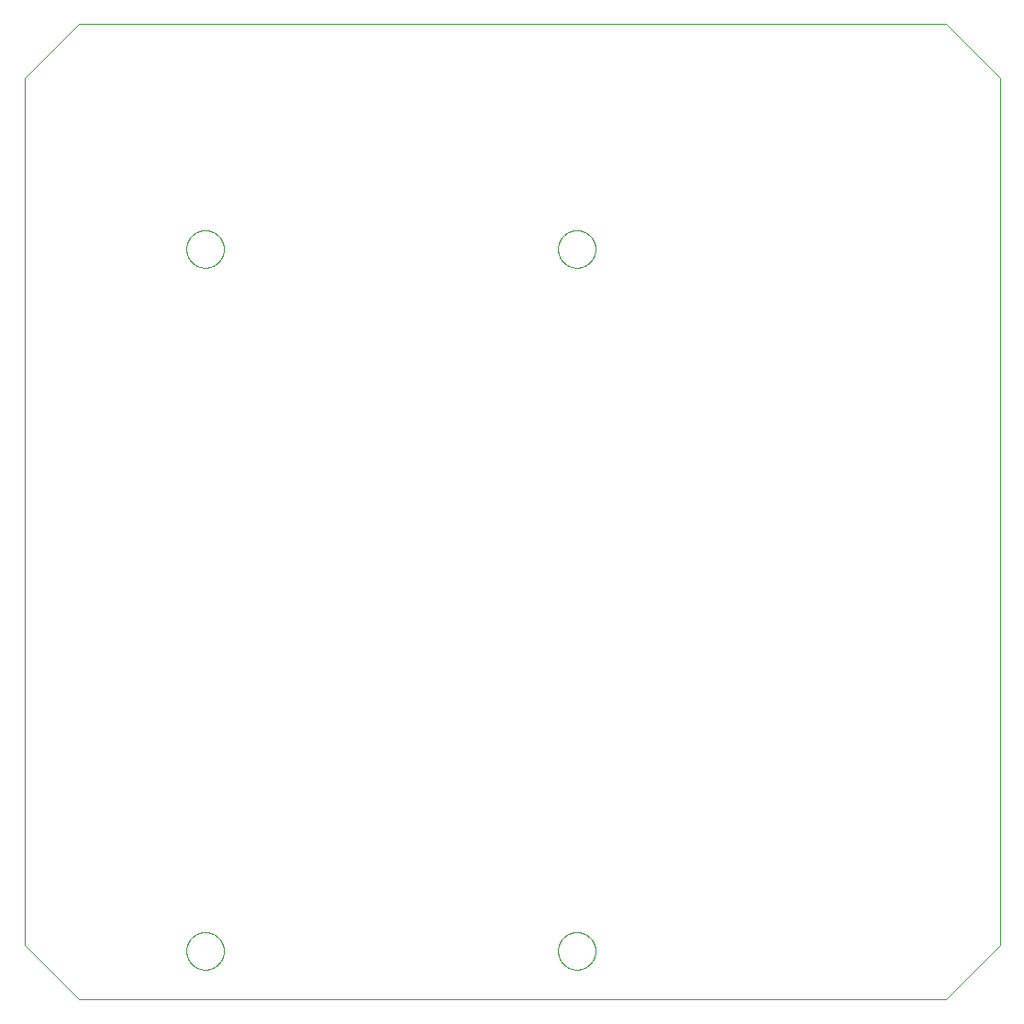
<source format=gbo>
G75*
%MOIN*%
%OFA0B0*%
%FSLAX25Y25*%
%IPPOS*%
%LPD*%
%AMOC8*
5,1,8,0,0,1.08239X$1,22.5*
%
%ADD10C,0.00000*%
%ADD11R,0.00394X0.00394*%
%ADD12R,0.07874X0.00394*%
%ADD13R,0.14173X0.00394*%
%ADD14R,0.18504X0.00394*%
%ADD15R,0.11417X0.00394*%
%ADD16R,0.09449X0.00394*%
%ADD17R,0.16142X0.00394*%
%ADD18R,0.27165X0.00394*%
%ADD19R,0.07480X0.00394*%
%ADD20R,0.14961X0.00394*%
%ADD21R,0.05906X0.00394*%
%ADD22R,0.31102X0.00394*%
%ADD23R,0.13780X0.00394*%
%ADD24R,0.11024X0.00394*%
%ADD25R,0.00787X0.00394*%
%ADD26R,0.08661X0.00394*%
%ADD27R,0.09843X0.00394*%
%ADD28R,0.09055X0.00394*%
%ADD29R,0.08268X0.00394*%
%ADD30R,0.07087X0.00394*%
%ADD31R,0.06693X0.00394*%
%ADD32R,0.06299X0.00394*%
%ADD33R,0.03150X0.00394*%
%ADD34R,0.02756X0.00394*%
%ADD35R,0.05512X0.00394*%
%ADD36R,0.05118X0.00394*%
%ADD37R,0.03937X0.00394*%
%ADD38R,0.02362X0.00394*%
%ADD39R,0.04724X0.00394*%
%ADD40R,0.01181X0.00394*%
%ADD41R,0.04331X0.00394*%
%ADD42R,0.03543X0.00394*%
%ADD43R,0.10630X0.00394*%
%ADD44R,0.12205X0.00394*%
%ADD45R,0.01969X0.00394*%
%ADD46R,0.13386X0.00394*%
%ADD47R,0.12598X0.00394*%
%ADD48R,0.10236X0.00394*%
%ADD49R,0.01575X0.00394*%
%ADD50R,0.15354X0.00394*%
%ADD51R,0.15748X0.00394*%
%ADD52R,0.14567X0.00394*%
%ADD53R,0.17717X0.00394*%
%ADD54R,0.11811X0.00394*%
%ADD55R,0.19685X0.00394*%
%ADD56R,0.17323X0.00394*%
%ADD57R,0.19291X0.00394*%
%ADD58R,0.26378X0.00394*%
%ADD59R,0.30315X0.00394*%
%ADD60R,0.29134X0.00394*%
%ADD61R,0.24803X0.00394*%
%ADD62R,0.21260X0.00394*%
D10*
X0001000Y0020685D02*
X0001000Y0335646D01*
X0020685Y0355331D01*
X0335646Y0355331D01*
X0355331Y0335646D01*
X0355331Y0020685D01*
X0335646Y0001000D01*
X0020685Y0001000D01*
X0001000Y0020685D01*
X0059855Y0018685D02*
X0059857Y0018852D01*
X0059863Y0019018D01*
X0059873Y0019185D01*
X0059888Y0019351D01*
X0059906Y0019516D01*
X0059929Y0019681D01*
X0059955Y0019846D01*
X0059985Y0020010D01*
X0060020Y0020173D01*
X0060059Y0020335D01*
X0060101Y0020496D01*
X0060147Y0020656D01*
X0060198Y0020815D01*
X0060252Y0020973D01*
X0060310Y0021129D01*
X0060372Y0021284D01*
X0060438Y0021437D01*
X0060507Y0021589D01*
X0060580Y0021738D01*
X0060657Y0021886D01*
X0060737Y0022032D01*
X0060821Y0022176D01*
X0060909Y0022318D01*
X0060999Y0022458D01*
X0061094Y0022595D01*
X0061191Y0022730D01*
X0061292Y0022863D01*
X0061396Y0022993D01*
X0061504Y0023121D01*
X0061614Y0023246D01*
X0061728Y0023368D01*
X0061844Y0023487D01*
X0061963Y0023603D01*
X0062085Y0023717D01*
X0062210Y0023827D01*
X0062338Y0023935D01*
X0062468Y0024039D01*
X0062601Y0024140D01*
X0062736Y0024237D01*
X0062873Y0024332D01*
X0063013Y0024422D01*
X0063155Y0024510D01*
X0063299Y0024594D01*
X0063445Y0024674D01*
X0063593Y0024751D01*
X0063742Y0024824D01*
X0063894Y0024893D01*
X0064047Y0024959D01*
X0064202Y0025021D01*
X0064358Y0025079D01*
X0064516Y0025133D01*
X0064675Y0025184D01*
X0064835Y0025230D01*
X0064996Y0025272D01*
X0065158Y0025311D01*
X0065321Y0025346D01*
X0065485Y0025376D01*
X0065650Y0025402D01*
X0065815Y0025425D01*
X0065980Y0025443D01*
X0066146Y0025458D01*
X0066313Y0025468D01*
X0066479Y0025474D01*
X0066646Y0025476D01*
X0066813Y0025474D01*
X0066979Y0025468D01*
X0067146Y0025458D01*
X0067312Y0025443D01*
X0067477Y0025425D01*
X0067642Y0025402D01*
X0067807Y0025376D01*
X0067971Y0025346D01*
X0068134Y0025311D01*
X0068296Y0025272D01*
X0068457Y0025230D01*
X0068617Y0025184D01*
X0068776Y0025133D01*
X0068934Y0025079D01*
X0069090Y0025021D01*
X0069245Y0024959D01*
X0069398Y0024893D01*
X0069550Y0024824D01*
X0069699Y0024751D01*
X0069847Y0024674D01*
X0069993Y0024594D01*
X0070137Y0024510D01*
X0070279Y0024422D01*
X0070419Y0024332D01*
X0070556Y0024237D01*
X0070691Y0024140D01*
X0070824Y0024039D01*
X0070954Y0023935D01*
X0071082Y0023827D01*
X0071207Y0023717D01*
X0071329Y0023603D01*
X0071448Y0023487D01*
X0071564Y0023368D01*
X0071678Y0023246D01*
X0071788Y0023121D01*
X0071896Y0022993D01*
X0072000Y0022863D01*
X0072101Y0022730D01*
X0072198Y0022595D01*
X0072293Y0022458D01*
X0072383Y0022318D01*
X0072471Y0022176D01*
X0072555Y0022032D01*
X0072635Y0021886D01*
X0072712Y0021738D01*
X0072785Y0021589D01*
X0072854Y0021437D01*
X0072920Y0021284D01*
X0072982Y0021129D01*
X0073040Y0020973D01*
X0073094Y0020815D01*
X0073145Y0020656D01*
X0073191Y0020496D01*
X0073233Y0020335D01*
X0073272Y0020173D01*
X0073307Y0020010D01*
X0073337Y0019846D01*
X0073363Y0019681D01*
X0073386Y0019516D01*
X0073404Y0019351D01*
X0073419Y0019185D01*
X0073429Y0019018D01*
X0073435Y0018852D01*
X0073437Y0018685D01*
X0073435Y0018518D01*
X0073429Y0018352D01*
X0073419Y0018185D01*
X0073404Y0018019D01*
X0073386Y0017854D01*
X0073363Y0017689D01*
X0073337Y0017524D01*
X0073307Y0017360D01*
X0073272Y0017197D01*
X0073233Y0017035D01*
X0073191Y0016874D01*
X0073145Y0016714D01*
X0073094Y0016555D01*
X0073040Y0016397D01*
X0072982Y0016241D01*
X0072920Y0016086D01*
X0072854Y0015933D01*
X0072785Y0015781D01*
X0072712Y0015632D01*
X0072635Y0015484D01*
X0072555Y0015338D01*
X0072471Y0015194D01*
X0072383Y0015052D01*
X0072293Y0014912D01*
X0072198Y0014775D01*
X0072101Y0014640D01*
X0072000Y0014507D01*
X0071896Y0014377D01*
X0071788Y0014249D01*
X0071678Y0014124D01*
X0071564Y0014002D01*
X0071448Y0013883D01*
X0071329Y0013767D01*
X0071207Y0013653D01*
X0071082Y0013543D01*
X0070954Y0013435D01*
X0070824Y0013331D01*
X0070691Y0013230D01*
X0070556Y0013133D01*
X0070419Y0013038D01*
X0070279Y0012948D01*
X0070137Y0012860D01*
X0069993Y0012776D01*
X0069847Y0012696D01*
X0069699Y0012619D01*
X0069550Y0012546D01*
X0069398Y0012477D01*
X0069245Y0012411D01*
X0069090Y0012349D01*
X0068934Y0012291D01*
X0068776Y0012237D01*
X0068617Y0012186D01*
X0068457Y0012140D01*
X0068296Y0012098D01*
X0068134Y0012059D01*
X0067971Y0012024D01*
X0067807Y0011994D01*
X0067642Y0011968D01*
X0067477Y0011945D01*
X0067312Y0011927D01*
X0067146Y0011912D01*
X0066979Y0011902D01*
X0066813Y0011896D01*
X0066646Y0011894D01*
X0066479Y0011896D01*
X0066313Y0011902D01*
X0066146Y0011912D01*
X0065980Y0011927D01*
X0065815Y0011945D01*
X0065650Y0011968D01*
X0065485Y0011994D01*
X0065321Y0012024D01*
X0065158Y0012059D01*
X0064996Y0012098D01*
X0064835Y0012140D01*
X0064675Y0012186D01*
X0064516Y0012237D01*
X0064358Y0012291D01*
X0064202Y0012349D01*
X0064047Y0012411D01*
X0063894Y0012477D01*
X0063742Y0012546D01*
X0063593Y0012619D01*
X0063445Y0012696D01*
X0063299Y0012776D01*
X0063155Y0012860D01*
X0063013Y0012948D01*
X0062873Y0013038D01*
X0062736Y0013133D01*
X0062601Y0013230D01*
X0062468Y0013331D01*
X0062338Y0013435D01*
X0062210Y0013543D01*
X0062085Y0013653D01*
X0061963Y0013767D01*
X0061844Y0013883D01*
X0061728Y0014002D01*
X0061614Y0014124D01*
X0061504Y0014249D01*
X0061396Y0014377D01*
X0061292Y0014507D01*
X0061191Y0014640D01*
X0061094Y0014775D01*
X0060999Y0014912D01*
X0060909Y0015052D01*
X0060821Y0015194D01*
X0060737Y0015338D01*
X0060657Y0015484D01*
X0060580Y0015632D01*
X0060507Y0015781D01*
X0060438Y0015933D01*
X0060372Y0016086D01*
X0060310Y0016241D01*
X0060252Y0016397D01*
X0060198Y0016555D01*
X0060147Y0016714D01*
X0060101Y0016874D01*
X0060059Y0017035D01*
X0060020Y0017197D01*
X0059985Y0017360D01*
X0059955Y0017524D01*
X0059929Y0017689D01*
X0059906Y0017854D01*
X0059888Y0018019D01*
X0059873Y0018185D01*
X0059863Y0018352D01*
X0059857Y0018518D01*
X0059855Y0018685D01*
X0194855Y0018685D02*
X0194857Y0018852D01*
X0194863Y0019018D01*
X0194873Y0019185D01*
X0194888Y0019351D01*
X0194906Y0019516D01*
X0194929Y0019681D01*
X0194955Y0019846D01*
X0194985Y0020010D01*
X0195020Y0020173D01*
X0195059Y0020335D01*
X0195101Y0020496D01*
X0195147Y0020656D01*
X0195198Y0020815D01*
X0195252Y0020973D01*
X0195310Y0021129D01*
X0195372Y0021284D01*
X0195438Y0021437D01*
X0195507Y0021589D01*
X0195580Y0021738D01*
X0195657Y0021886D01*
X0195737Y0022032D01*
X0195821Y0022176D01*
X0195909Y0022318D01*
X0195999Y0022458D01*
X0196094Y0022595D01*
X0196191Y0022730D01*
X0196292Y0022863D01*
X0196396Y0022993D01*
X0196504Y0023121D01*
X0196614Y0023246D01*
X0196728Y0023368D01*
X0196844Y0023487D01*
X0196963Y0023603D01*
X0197085Y0023717D01*
X0197210Y0023827D01*
X0197338Y0023935D01*
X0197468Y0024039D01*
X0197601Y0024140D01*
X0197736Y0024237D01*
X0197873Y0024332D01*
X0198013Y0024422D01*
X0198155Y0024510D01*
X0198299Y0024594D01*
X0198445Y0024674D01*
X0198593Y0024751D01*
X0198742Y0024824D01*
X0198894Y0024893D01*
X0199047Y0024959D01*
X0199202Y0025021D01*
X0199358Y0025079D01*
X0199516Y0025133D01*
X0199675Y0025184D01*
X0199835Y0025230D01*
X0199996Y0025272D01*
X0200158Y0025311D01*
X0200321Y0025346D01*
X0200485Y0025376D01*
X0200650Y0025402D01*
X0200815Y0025425D01*
X0200980Y0025443D01*
X0201146Y0025458D01*
X0201313Y0025468D01*
X0201479Y0025474D01*
X0201646Y0025476D01*
X0201813Y0025474D01*
X0201979Y0025468D01*
X0202146Y0025458D01*
X0202312Y0025443D01*
X0202477Y0025425D01*
X0202642Y0025402D01*
X0202807Y0025376D01*
X0202971Y0025346D01*
X0203134Y0025311D01*
X0203296Y0025272D01*
X0203457Y0025230D01*
X0203617Y0025184D01*
X0203776Y0025133D01*
X0203934Y0025079D01*
X0204090Y0025021D01*
X0204245Y0024959D01*
X0204398Y0024893D01*
X0204550Y0024824D01*
X0204699Y0024751D01*
X0204847Y0024674D01*
X0204993Y0024594D01*
X0205137Y0024510D01*
X0205279Y0024422D01*
X0205419Y0024332D01*
X0205556Y0024237D01*
X0205691Y0024140D01*
X0205824Y0024039D01*
X0205954Y0023935D01*
X0206082Y0023827D01*
X0206207Y0023717D01*
X0206329Y0023603D01*
X0206448Y0023487D01*
X0206564Y0023368D01*
X0206678Y0023246D01*
X0206788Y0023121D01*
X0206896Y0022993D01*
X0207000Y0022863D01*
X0207101Y0022730D01*
X0207198Y0022595D01*
X0207293Y0022458D01*
X0207383Y0022318D01*
X0207471Y0022176D01*
X0207555Y0022032D01*
X0207635Y0021886D01*
X0207712Y0021738D01*
X0207785Y0021589D01*
X0207854Y0021437D01*
X0207920Y0021284D01*
X0207982Y0021129D01*
X0208040Y0020973D01*
X0208094Y0020815D01*
X0208145Y0020656D01*
X0208191Y0020496D01*
X0208233Y0020335D01*
X0208272Y0020173D01*
X0208307Y0020010D01*
X0208337Y0019846D01*
X0208363Y0019681D01*
X0208386Y0019516D01*
X0208404Y0019351D01*
X0208419Y0019185D01*
X0208429Y0019018D01*
X0208435Y0018852D01*
X0208437Y0018685D01*
X0208435Y0018518D01*
X0208429Y0018352D01*
X0208419Y0018185D01*
X0208404Y0018019D01*
X0208386Y0017854D01*
X0208363Y0017689D01*
X0208337Y0017524D01*
X0208307Y0017360D01*
X0208272Y0017197D01*
X0208233Y0017035D01*
X0208191Y0016874D01*
X0208145Y0016714D01*
X0208094Y0016555D01*
X0208040Y0016397D01*
X0207982Y0016241D01*
X0207920Y0016086D01*
X0207854Y0015933D01*
X0207785Y0015781D01*
X0207712Y0015632D01*
X0207635Y0015484D01*
X0207555Y0015338D01*
X0207471Y0015194D01*
X0207383Y0015052D01*
X0207293Y0014912D01*
X0207198Y0014775D01*
X0207101Y0014640D01*
X0207000Y0014507D01*
X0206896Y0014377D01*
X0206788Y0014249D01*
X0206678Y0014124D01*
X0206564Y0014002D01*
X0206448Y0013883D01*
X0206329Y0013767D01*
X0206207Y0013653D01*
X0206082Y0013543D01*
X0205954Y0013435D01*
X0205824Y0013331D01*
X0205691Y0013230D01*
X0205556Y0013133D01*
X0205419Y0013038D01*
X0205279Y0012948D01*
X0205137Y0012860D01*
X0204993Y0012776D01*
X0204847Y0012696D01*
X0204699Y0012619D01*
X0204550Y0012546D01*
X0204398Y0012477D01*
X0204245Y0012411D01*
X0204090Y0012349D01*
X0203934Y0012291D01*
X0203776Y0012237D01*
X0203617Y0012186D01*
X0203457Y0012140D01*
X0203296Y0012098D01*
X0203134Y0012059D01*
X0202971Y0012024D01*
X0202807Y0011994D01*
X0202642Y0011968D01*
X0202477Y0011945D01*
X0202312Y0011927D01*
X0202146Y0011912D01*
X0201979Y0011902D01*
X0201813Y0011896D01*
X0201646Y0011894D01*
X0201479Y0011896D01*
X0201313Y0011902D01*
X0201146Y0011912D01*
X0200980Y0011927D01*
X0200815Y0011945D01*
X0200650Y0011968D01*
X0200485Y0011994D01*
X0200321Y0012024D01*
X0200158Y0012059D01*
X0199996Y0012098D01*
X0199835Y0012140D01*
X0199675Y0012186D01*
X0199516Y0012237D01*
X0199358Y0012291D01*
X0199202Y0012349D01*
X0199047Y0012411D01*
X0198894Y0012477D01*
X0198742Y0012546D01*
X0198593Y0012619D01*
X0198445Y0012696D01*
X0198299Y0012776D01*
X0198155Y0012860D01*
X0198013Y0012948D01*
X0197873Y0013038D01*
X0197736Y0013133D01*
X0197601Y0013230D01*
X0197468Y0013331D01*
X0197338Y0013435D01*
X0197210Y0013543D01*
X0197085Y0013653D01*
X0196963Y0013767D01*
X0196844Y0013883D01*
X0196728Y0014002D01*
X0196614Y0014124D01*
X0196504Y0014249D01*
X0196396Y0014377D01*
X0196292Y0014507D01*
X0196191Y0014640D01*
X0196094Y0014775D01*
X0195999Y0014912D01*
X0195909Y0015052D01*
X0195821Y0015194D01*
X0195737Y0015338D01*
X0195657Y0015484D01*
X0195580Y0015632D01*
X0195507Y0015781D01*
X0195438Y0015933D01*
X0195372Y0016086D01*
X0195310Y0016241D01*
X0195252Y0016397D01*
X0195198Y0016555D01*
X0195147Y0016714D01*
X0195101Y0016874D01*
X0195059Y0017035D01*
X0195020Y0017197D01*
X0194985Y0017360D01*
X0194955Y0017524D01*
X0194929Y0017689D01*
X0194906Y0017854D01*
X0194888Y0018019D01*
X0194873Y0018185D01*
X0194863Y0018352D01*
X0194857Y0018518D01*
X0194855Y0018685D01*
X0194855Y0273685D02*
X0194857Y0273852D01*
X0194863Y0274018D01*
X0194873Y0274185D01*
X0194888Y0274351D01*
X0194906Y0274516D01*
X0194929Y0274681D01*
X0194955Y0274846D01*
X0194985Y0275010D01*
X0195020Y0275173D01*
X0195059Y0275335D01*
X0195101Y0275496D01*
X0195147Y0275656D01*
X0195198Y0275815D01*
X0195252Y0275973D01*
X0195310Y0276129D01*
X0195372Y0276284D01*
X0195438Y0276437D01*
X0195507Y0276589D01*
X0195580Y0276738D01*
X0195657Y0276886D01*
X0195737Y0277032D01*
X0195821Y0277176D01*
X0195909Y0277318D01*
X0195999Y0277458D01*
X0196094Y0277595D01*
X0196191Y0277730D01*
X0196292Y0277863D01*
X0196396Y0277993D01*
X0196504Y0278121D01*
X0196614Y0278246D01*
X0196728Y0278368D01*
X0196844Y0278487D01*
X0196963Y0278603D01*
X0197085Y0278717D01*
X0197210Y0278827D01*
X0197338Y0278935D01*
X0197468Y0279039D01*
X0197601Y0279140D01*
X0197736Y0279237D01*
X0197873Y0279332D01*
X0198013Y0279422D01*
X0198155Y0279510D01*
X0198299Y0279594D01*
X0198445Y0279674D01*
X0198593Y0279751D01*
X0198742Y0279824D01*
X0198894Y0279893D01*
X0199047Y0279959D01*
X0199202Y0280021D01*
X0199358Y0280079D01*
X0199516Y0280133D01*
X0199675Y0280184D01*
X0199835Y0280230D01*
X0199996Y0280272D01*
X0200158Y0280311D01*
X0200321Y0280346D01*
X0200485Y0280376D01*
X0200650Y0280402D01*
X0200815Y0280425D01*
X0200980Y0280443D01*
X0201146Y0280458D01*
X0201313Y0280468D01*
X0201479Y0280474D01*
X0201646Y0280476D01*
X0201813Y0280474D01*
X0201979Y0280468D01*
X0202146Y0280458D01*
X0202312Y0280443D01*
X0202477Y0280425D01*
X0202642Y0280402D01*
X0202807Y0280376D01*
X0202971Y0280346D01*
X0203134Y0280311D01*
X0203296Y0280272D01*
X0203457Y0280230D01*
X0203617Y0280184D01*
X0203776Y0280133D01*
X0203934Y0280079D01*
X0204090Y0280021D01*
X0204245Y0279959D01*
X0204398Y0279893D01*
X0204550Y0279824D01*
X0204699Y0279751D01*
X0204847Y0279674D01*
X0204993Y0279594D01*
X0205137Y0279510D01*
X0205279Y0279422D01*
X0205419Y0279332D01*
X0205556Y0279237D01*
X0205691Y0279140D01*
X0205824Y0279039D01*
X0205954Y0278935D01*
X0206082Y0278827D01*
X0206207Y0278717D01*
X0206329Y0278603D01*
X0206448Y0278487D01*
X0206564Y0278368D01*
X0206678Y0278246D01*
X0206788Y0278121D01*
X0206896Y0277993D01*
X0207000Y0277863D01*
X0207101Y0277730D01*
X0207198Y0277595D01*
X0207293Y0277458D01*
X0207383Y0277318D01*
X0207471Y0277176D01*
X0207555Y0277032D01*
X0207635Y0276886D01*
X0207712Y0276738D01*
X0207785Y0276589D01*
X0207854Y0276437D01*
X0207920Y0276284D01*
X0207982Y0276129D01*
X0208040Y0275973D01*
X0208094Y0275815D01*
X0208145Y0275656D01*
X0208191Y0275496D01*
X0208233Y0275335D01*
X0208272Y0275173D01*
X0208307Y0275010D01*
X0208337Y0274846D01*
X0208363Y0274681D01*
X0208386Y0274516D01*
X0208404Y0274351D01*
X0208419Y0274185D01*
X0208429Y0274018D01*
X0208435Y0273852D01*
X0208437Y0273685D01*
X0208435Y0273518D01*
X0208429Y0273352D01*
X0208419Y0273185D01*
X0208404Y0273019D01*
X0208386Y0272854D01*
X0208363Y0272689D01*
X0208337Y0272524D01*
X0208307Y0272360D01*
X0208272Y0272197D01*
X0208233Y0272035D01*
X0208191Y0271874D01*
X0208145Y0271714D01*
X0208094Y0271555D01*
X0208040Y0271397D01*
X0207982Y0271241D01*
X0207920Y0271086D01*
X0207854Y0270933D01*
X0207785Y0270781D01*
X0207712Y0270632D01*
X0207635Y0270484D01*
X0207555Y0270338D01*
X0207471Y0270194D01*
X0207383Y0270052D01*
X0207293Y0269912D01*
X0207198Y0269775D01*
X0207101Y0269640D01*
X0207000Y0269507D01*
X0206896Y0269377D01*
X0206788Y0269249D01*
X0206678Y0269124D01*
X0206564Y0269002D01*
X0206448Y0268883D01*
X0206329Y0268767D01*
X0206207Y0268653D01*
X0206082Y0268543D01*
X0205954Y0268435D01*
X0205824Y0268331D01*
X0205691Y0268230D01*
X0205556Y0268133D01*
X0205419Y0268038D01*
X0205279Y0267948D01*
X0205137Y0267860D01*
X0204993Y0267776D01*
X0204847Y0267696D01*
X0204699Y0267619D01*
X0204550Y0267546D01*
X0204398Y0267477D01*
X0204245Y0267411D01*
X0204090Y0267349D01*
X0203934Y0267291D01*
X0203776Y0267237D01*
X0203617Y0267186D01*
X0203457Y0267140D01*
X0203296Y0267098D01*
X0203134Y0267059D01*
X0202971Y0267024D01*
X0202807Y0266994D01*
X0202642Y0266968D01*
X0202477Y0266945D01*
X0202312Y0266927D01*
X0202146Y0266912D01*
X0201979Y0266902D01*
X0201813Y0266896D01*
X0201646Y0266894D01*
X0201479Y0266896D01*
X0201313Y0266902D01*
X0201146Y0266912D01*
X0200980Y0266927D01*
X0200815Y0266945D01*
X0200650Y0266968D01*
X0200485Y0266994D01*
X0200321Y0267024D01*
X0200158Y0267059D01*
X0199996Y0267098D01*
X0199835Y0267140D01*
X0199675Y0267186D01*
X0199516Y0267237D01*
X0199358Y0267291D01*
X0199202Y0267349D01*
X0199047Y0267411D01*
X0198894Y0267477D01*
X0198742Y0267546D01*
X0198593Y0267619D01*
X0198445Y0267696D01*
X0198299Y0267776D01*
X0198155Y0267860D01*
X0198013Y0267948D01*
X0197873Y0268038D01*
X0197736Y0268133D01*
X0197601Y0268230D01*
X0197468Y0268331D01*
X0197338Y0268435D01*
X0197210Y0268543D01*
X0197085Y0268653D01*
X0196963Y0268767D01*
X0196844Y0268883D01*
X0196728Y0269002D01*
X0196614Y0269124D01*
X0196504Y0269249D01*
X0196396Y0269377D01*
X0196292Y0269507D01*
X0196191Y0269640D01*
X0196094Y0269775D01*
X0195999Y0269912D01*
X0195909Y0270052D01*
X0195821Y0270194D01*
X0195737Y0270338D01*
X0195657Y0270484D01*
X0195580Y0270632D01*
X0195507Y0270781D01*
X0195438Y0270933D01*
X0195372Y0271086D01*
X0195310Y0271241D01*
X0195252Y0271397D01*
X0195198Y0271555D01*
X0195147Y0271714D01*
X0195101Y0271874D01*
X0195059Y0272035D01*
X0195020Y0272197D01*
X0194985Y0272360D01*
X0194955Y0272524D01*
X0194929Y0272689D01*
X0194906Y0272854D01*
X0194888Y0273019D01*
X0194873Y0273185D01*
X0194863Y0273352D01*
X0194857Y0273518D01*
X0194855Y0273685D01*
X0059855Y0273685D02*
X0059857Y0273852D01*
X0059863Y0274018D01*
X0059873Y0274185D01*
X0059888Y0274351D01*
X0059906Y0274516D01*
X0059929Y0274681D01*
X0059955Y0274846D01*
X0059985Y0275010D01*
X0060020Y0275173D01*
X0060059Y0275335D01*
X0060101Y0275496D01*
X0060147Y0275656D01*
X0060198Y0275815D01*
X0060252Y0275973D01*
X0060310Y0276129D01*
X0060372Y0276284D01*
X0060438Y0276437D01*
X0060507Y0276589D01*
X0060580Y0276738D01*
X0060657Y0276886D01*
X0060737Y0277032D01*
X0060821Y0277176D01*
X0060909Y0277318D01*
X0060999Y0277458D01*
X0061094Y0277595D01*
X0061191Y0277730D01*
X0061292Y0277863D01*
X0061396Y0277993D01*
X0061504Y0278121D01*
X0061614Y0278246D01*
X0061728Y0278368D01*
X0061844Y0278487D01*
X0061963Y0278603D01*
X0062085Y0278717D01*
X0062210Y0278827D01*
X0062338Y0278935D01*
X0062468Y0279039D01*
X0062601Y0279140D01*
X0062736Y0279237D01*
X0062873Y0279332D01*
X0063013Y0279422D01*
X0063155Y0279510D01*
X0063299Y0279594D01*
X0063445Y0279674D01*
X0063593Y0279751D01*
X0063742Y0279824D01*
X0063894Y0279893D01*
X0064047Y0279959D01*
X0064202Y0280021D01*
X0064358Y0280079D01*
X0064516Y0280133D01*
X0064675Y0280184D01*
X0064835Y0280230D01*
X0064996Y0280272D01*
X0065158Y0280311D01*
X0065321Y0280346D01*
X0065485Y0280376D01*
X0065650Y0280402D01*
X0065815Y0280425D01*
X0065980Y0280443D01*
X0066146Y0280458D01*
X0066313Y0280468D01*
X0066479Y0280474D01*
X0066646Y0280476D01*
X0066813Y0280474D01*
X0066979Y0280468D01*
X0067146Y0280458D01*
X0067312Y0280443D01*
X0067477Y0280425D01*
X0067642Y0280402D01*
X0067807Y0280376D01*
X0067971Y0280346D01*
X0068134Y0280311D01*
X0068296Y0280272D01*
X0068457Y0280230D01*
X0068617Y0280184D01*
X0068776Y0280133D01*
X0068934Y0280079D01*
X0069090Y0280021D01*
X0069245Y0279959D01*
X0069398Y0279893D01*
X0069550Y0279824D01*
X0069699Y0279751D01*
X0069847Y0279674D01*
X0069993Y0279594D01*
X0070137Y0279510D01*
X0070279Y0279422D01*
X0070419Y0279332D01*
X0070556Y0279237D01*
X0070691Y0279140D01*
X0070824Y0279039D01*
X0070954Y0278935D01*
X0071082Y0278827D01*
X0071207Y0278717D01*
X0071329Y0278603D01*
X0071448Y0278487D01*
X0071564Y0278368D01*
X0071678Y0278246D01*
X0071788Y0278121D01*
X0071896Y0277993D01*
X0072000Y0277863D01*
X0072101Y0277730D01*
X0072198Y0277595D01*
X0072293Y0277458D01*
X0072383Y0277318D01*
X0072471Y0277176D01*
X0072555Y0277032D01*
X0072635Y0276886D01*
X0072712Y0276738D01*
X0072785Y0276589D01*
X0072854Y0276437D01*
X0072920Y0276284D01*
X0072982Y0276129D01*
X0073040Y0275973D01*
X0073094Y0275815D01*
X0073145Y0275656D01*
X0073191Y0275496D01*
X0073233Y0275335D01*
X0073272Y0275173D01*
X0073307Y0275010D01*
X0073337Y0274846D01*
X0073363Y0274681D01*
X0073386Y0274516D01*
X0073404Y0274351D01*
X0073419Y0274185D01*
X0073429Y0274018D01*
X0073435Y0273852D01*
X0073437Y0273685D01*
X0073435Y0273518D01*
X0073429Y0273352D01*
X0073419Y0273185D01*
X0073404Y0273019D01*
X0073386Y0272854D01*
X0073363Y0272689D01*
X0073337Y0272524D01*
X0073307Y0272360D01*
X0073272Y0272197D01*
X0073233Y0272035D01*
X0073191Y0271874D01*
X0073145Y0271714D01*
X0073094Y0271555D01*
X0073040Y0271397D01*
X0072982Y0271241D01*
X0072920Y0271086D01*
X0072854Y0270933D01*
X0072785Y0270781D01*
X0072712Y0270632D01*
X0072635Y0270484D01*
X0072555Y0270338D01*
X0072471Y0270194D01*
X0072383Y0270052D01*
X0072293Y0269912D01*
X0072198Y0269775D01*
X0072101Y0269640D01*
X0072000Y0269507D01*
X0071896Y0269377D01*
X0071788Y0269249D01*
X0071678Y0269124D01*
X0071564Y0269002D01*
X0071448Y0268883D01*
X0071329Y0268767D01*
X0071207Y0268653D01*
X0071082Y0268543D01*
X0070954Y0268435D01*
X0070824Y0268331D01*
X0070691Y0268230D01*
X0070556Y0268133D01*
X0070419Y0268038D01*
X0070279Y0267948D01*
X0070137Y0267860D01*
X0069993Y0267776D01*
X0069847Y0267696D01*
X0069699Y0267619D01*
X0069550Y0267546D01*
X0069398Y0267477D01*
X0069245Y0267411D01*
X0069090Y0267349D01*
X0068934Y0267291D01*
X0068776Y0267237D01*
X0068617Y0267186D01*
X0068457Y0267140D01*
X0068296Y0267098D01*
X0068134Y0267059D01*
X0067971Y0267024D01*
X0067807Y0266994D01*
X0067642Y0266968D01*
X0067477Y0266945D01*
X0067312Y0266927D01*
X0067146Y0266912D01*
X0066979Y0266902D01*
X0066813Y0266896D01*
X0066646Y0266894D01*
X0066479Y0266896D01*
X0066313Y0266902D01*
X0066146Y0266912D01*
X0065980Y0266927D01*
X0065815Y0266945D01*
X0065650Y0266968D01*
X0065485Y0266994D01*
X0065321Y0267024D01*
X0065158Y0267059D01*
X0064996Y0267098D01*
X0064835Y0267140D01*
X0064675Y0267186D01*
X0064516Y0267237D01*
X0064358Y0267291D01*
X0064202Y0267349D01*
X0064047Y0267411D01*
X0063894Y0267477D01*
X0063742Y0267546D01*
X0063593Y0267619D01*
X0063445Y0267696D01*
X0063299Y0267776D01*
X0063155Y0267860D01*
X0063013Y0267948D01*
X0062873Y0268038D01*
X0062736Y0268133D01*
X0062601Y0268230D01*
X0062468Y0268331D01*
X0062338Y0268435D01*
X0062210Y0268543D01*
X0062085Y0268653D01*
X0061963Y0268767D01*
X0061844Y0268883D01*
X0061728Y0269002D01*
X0061614Y0269124D01*
X0061504Y0269249D01*
X0061396Y0269377D01*
X0061292Y0269507D01*
X0061191Y0269640D01*
X0061094Y0269775D01*
X0060999Y0269912D01*
X0060909Y0270052D01*
X0060821Y0270194D01*
X0060737Y0270338D01*
X0060657Y0270484D01*
X0060580Y0270632D01*
X0060507Y0270781D01*
X0060438Y0270933D01*
X0060372Y0271086D01*
X0060310Y0271241D01*
X0060252Y0271397D01*
X0060198Y0271555D01*
X0060147Y0271714D01*
X0060101Y0271874D01*
X0060059Y0272035D01*
X0060020Y0272197D01*
X0059985Y0272360D01*
X0059955Y0272524D01*
X0059929Y0272689D01*
X0059906Y0272854D01*
X0059888Y0273019D01*
X0059873Y0273185D01*
X0059863Y0273352D01*
X0059857Y0273518D01*
X0059855Y0273685D01*
D11*
X0065354Y0119630D03*
X0071260Y0116874D03*
X0072441Y0116874D03*
X0079134Y0116874D03*
X0089764Y0118449D03*
X0095669Y0111362D03*
X0098425Y0086559D03*
X0092913Y0076717D03*
X0102362Y0072780D03*
X0083858Y0083803D03*
X0082283Y0083803D03*
X0079134Y0079472D03*
X0079921Y0074748D03*
X0081102Y0068843D03*
X0070866Y0071205D03*
X0070866Y0077504D03*
X0076772Y0085772D03*
X0077953Y0086953D03*
X0059055Y0085772D03*
X0053150Y0088134D03*
X0052362Y0083803D03*
X0051969Y0071992D03*
X0055512Y0069236D03*
X0036220Y0069630D03*
X0033858Y0085772D03*
X0029134Y0087346D03*
X0022441Y0090890D03*
X0022441Y0091283D03*
X0022441Y0091677D03*
X0022047Y0092465D03*
X0022047Y0092858D03*
X0020079Y0089315D03*
X0016929Y0087346D03*
X0015354Y0089709D03*
X0014961Y0090890D03*
X0014961Y0091283D03*
X0014961Y0091677D03*
X0015354Y0092465D03*
X0015354Y0092858D03*
X0016535Y0094827D03*
X0038976Y0099157D03*
X0051181Y0113331D03*
X0059843Y0113724D03*
X0121260Y0086559D03*
X0127165Y0083409D03*
X0127165Y0075929D03*
X0127165Y0072386D03*
X0121260Y0072780D03*
X0121654Y0069630D03*
X0105118Y0048370D03*
X0081890Y0040102D03*
X0079921Y0036165D03*
X0073622Y0039315D03*
X0068898Y0036165D03*
X0065354Y0040890D03*
X0060630Y0042465D03*
D12*
X0058858Y0041283D03*
X0067126Y0037740D03*
X0075394Y0036165D03*
X0091929Y0041283D03*
X0050197Y0070417D03*
X0032480Y0079472D03*
X0058858Y0115299D03*
X0075394Y0120417D03*
X0089567Y0116480D03*
X0091929Y0115299D03*
X0102953Y0086559D03*
X0115157Y0086559D03*
X0087598Y0084197D03*
D13*
X0083268Y0085378D03*
X0052165Y0071205D03*
X0065945Y0039315D03*
X0075394Y0036559D03*
X0065945Y0117268D03*
D14*
X0075591Y0036953D03*
D15*
X0080315Y0037346D03*
X0063780Y0039709D03*
X0050000Y0072386D03*
X0052362Y0086165D03*
X0063780Y0116874D03*
X0103150Y0084984D03*
D16*
X0083268Y0069630D03*
X0089567Y0040496D03*
X0069488Y0037346D03*
X0061220Y0116087D03*
D17*
X0079528Y0037740D03*
D18*
X0075197Y0038134D03*
D19*
X0086220Y0038528D03*
X0092913Y0041677D03*
X0093701Y0042071D03*
X0057087Y0073567D03*
X0056299Y0071992D03*
X0047244Y0073567D03*
X0056693Y0083803D03*
X0032283Y0079079D03*
X0056299Y0114118D03*
X0057874Y0114906D03*
X0092913Y0114906D03*
X0111811Y0082622D03*
D20*
X0083268Y0084984D03*
X0052559Y0084591D03*
X0074606Y0038528D03*
D21*
X0063780Y0038528D03*
X0054331Y0043646D03*
X0053150Y0044433D03*
X0052362Y0044827D03*
X0049606Y0046795D03*
X0038976Y0070024D03*
X0038976Y0070417D03*
X0038583Y0070811D03*
X0037795Y0071992D03*
X0037795Y0072386D03*
X0037008Y0073173D03*
X0037008Y0073567D03*
X0036614Y0073961D03*
X0036220Y0074354D03*
X0035827Y0075142D03*
X0037402Y0085772D03*
X0027953Y0084591D03*
X0027559Y0084984D03*
X0027165Y0085378D03*
X0026772Y0086165D03*
X0046457Y0082228D03*
X0052362Y0111756D03*
X0053150Y0112150D03*
X0054724Y0113331D03*
X0069291Y0119630D03*
X0092126Y0115693D03*
X0097244Y0112543D03*
X0098425Y0111756D03*
X0100394Y0110181D03*
X0088976Y0083016D03*
X0089370Y0082228D03*
X0089764Y0081441D03*
X0089764Y0081047D03*
X0090157Y0080260D03*
X0090157Y0079866D03*
X0090157Y0079079D03*
X0090157Y0078685D03*
X0090157Y0078291D03*
X0090157Y0077898D03*
X0090157Y0077504D03*
X0090157Y0077110D03*
X0098819Y0072780D03*
X0111811Y0070024D03*
X0100394Y0046402D03*
X0098425Y0044827D03*
D22*
X0075591Y0038921D03*
X0075591Y0117661D03*
D23*
X0068898Y0118449D03*
X0085039Y0117268D03*
X0082283Y0071598D03*
X0085039Y0039315D03*
D24*
X0087205Y0039709D03*
X0081693Y0072386D03*
X0051378Y0078685D03*
X0050984Y0084984D03*
X0032480Y0076323D03*
X0087205Y0116874D03*
X0115157Y0085378D03*
D25*
X0121457Y0080260D03*
X0121457Y0079472D03*
X0114764Y0070811D03*
X0108858Y0071598D03*
X0085236Y0083803D03*
X0073425Y0077504D03*
X0070669Y0073961D03*
X0075394Y0072386D03*
X0070669Y0088528D03*
X0048622Y0107031D03*
X0048622Y0110575D03*
X0021457Y0093646D03*
X0021063Y0094039D03*
X0019882Y0092465D03*
X0019882Y0092071D03*
X0019882Y0091677D03*
X0019882Y0090496D03*
X0019882Y0090102D03*
X0019882Y0089709D03*
X0021063Y0088528D03*
X0020669Y0088134D03*
X0021850Y0089315D03*
X0022244Y0089709D03*
X0022244Y0090102D03*
X0022244Y0090496D03*
X0022244Y0092071D03*
X0017520Y0092071D03*
X0017520Y0091677D03*
X0017520Y0090496D03*
X0017520Y0090102D03*
X0017520Y0089709D03*
X0016339Y0088528D03*
X0015945Y0088921D03*
X0016732Y0088134D03*
X0015157Y0090102D03*
X0015157Y0090496D03*
X0015157Y0092071D03*
X0015945Y0093646D03*
X0016339Y0094039D03*
X0031299Y0083409D03*
X0050984Y0047583D03*
X0093110Y0040102D03*
X0090354Y0114512D03*
D26*
X0083268Y0086953D03*
X0087992Y0040102D03*
X0060039Y0040890D03*
X0032480Y0078291D03*
X0032087Y0079866D03*
X0030512Y0082622D03*
D27*
X0032283Y0077504D03*
X0052362Y0086559D03*
X0054331Y0085378D03*
X0062205Y0116480D03*
X0103150Y0086165D03*
X0062205Y0040102D03*
D28*
X0061024Y0040496D03*
X0032283Y0077898D03*
X0032283Y0080260D03*
X0081890Y0085772D03*
X0103937Y0085378D03*
X0115354Y0086165D03*
X0089764Y0116087D03*
D29*
X0059843Y0115693D03*
X0052362Y0086953D03*
X0052362Y0069630D03*
X0057874Y0041677D03*
X0090945Y0040890D03*
X0111811Y0083016D03*
X0123228Y0083803D03*
D30*
X0123819Y0083016D03*
X0123819Y0082622D03*
X0112008Y0079472D03*
X0112008Y0078291D03*
X0112008Y0077110D03*
X0111614Y0076323D03*
X0112008Y0074748D03*
X0112008Y0072386D03*
X0112008Y0071205D03*
X0100197Y0083409D03*
X0078150Y0083803D03*
X0076575Y0077110D03*
X0077756Y0073173D03*
X0078150Y0072780D03*
X0058465Y0075929D03*
X0058071Y0074748D03*
X0057283Y0083409D03*
X0046654Y0073961D03*
X0047835Y0071992D03*
X0046260Y0080260D03*
X0037598Y0086559D03*
X0036811Y0085378D03*
X0057283Y0114512D03*
X0078937Y0120024D03*
X0055315Y0042858D03*
X0056496Y0042465D03*
X0057283Y0042071D03*
D31*
X0057874Y0074354D03*
X0058268Y0075142D03*
X0058268Y0075535D03*
X0058661Y0076323D03*
X0058661Y0076717D03*
X0058661Y0079472D03*
X0058661Y0080654D03*
X0058268Y0081835D03*
X0047244Y0083409D03*
X0045669Y0080654D03*
X0046457Y0074354D03*
X0036220Y0084197D03*
X0035827Y0083803D03*
X0035433Y0083409D03*
X0034646Y0081835D03*
X0036614Y0084984D03*
X0037402Y0086165D03*
X0037795Y0086953D03*
X0029134Y0074748D03*
X0028740Y0073961D03*
X0027559Y0072386D03*
X0027559Y0071992D03*
X0027165Y0071598D03*
X0026772Y0070811D03*
X0026378Y0070417D03*
X0026378Y0070024D03*
X0055512Y0113724D03*
X0071654Y0120024D03*
X0094488Y0114118D03*
X0095276Y0113724D03*
X0100000Y0083016D03*
X0099606Y0082622D03*
X0099606Y0082228D03*
X0099213Y0081835D03*
X0099213Y0080260D03*
X0099213Y0078685D03*
X0099213Y0077898D03*
X0099213Y0077110D03*
X0099213Y0076323D03*
X0099213Y0073961D03*
X0099213Y0071598D03*
X0099213Y0070417D03*
X0088976Y0073567D03*
X0088583Y0073173D03*
X0088189Y0072780D03*
X0077559Y0073567D03*
X0077165Y0073961D03*
X0076772Y0075142D03*
X0076378Y0076717D03*
X0076378Y0079866D03*
X0076378Y0080260D03*
X0076772Y0081835D03*
X0077165Y0082622D03*
X0077559Y0083016D03*
X0077559Y0083409D03*
X0111811Y0082228D03*
X0111811Y0081441D03*
X0111811Y0081047D03*
X0111811Y0080260D03*
X0111811Y0079866D03*
X0111811Y0079079D03*
X0111811Y0078685D03*
X0111811Y0077898D03*
X0111811Y0077504D03*
X0111811Y0076717D03*
X0111811Y0075535D03*
X0111811Y0075142D03*
X0111811Y0074354D03*
X0111811Y0073961D03*
X0111811Y0072780D03*
X0111811Y0071992D03*
X0111811Y0070417D03*
X0124016Y0082228D03*
X0123228Y0083409D03*
X0095276Y0042858D03*
X0094488Y0042465D03*
D32*
X0095866Y0043252D03*
X0096654Y0043646D03*
X0097441Y0044039D03*
X0097835Y0044433D03*
X0099803Y0070024D03*
X0099409Y0071205D03*
X0099409Y0072386D03*
X0099409Y0073173D03*
X0099409Y0073567D03*
X0099409Y0074354D03*
X0099409Y0074748D03*
X0099409Y0075535D03*
X0099409Y0075929D03*
X0099409Y0076717D03*
X0099409Y0078291D03*
X0099409Y0079079D03*
X0099409Y0079472D03*
X0099409Y0079866D03*
X0099409Y0080654D03*
X0102953Y0086953D03*
X0089567Y0081835D03*
X0089961Y0080654D03*
X0088780Y0083409D03*
X0083268Y0087346D03*
X0076969Y0082228D03*
X0076575Y0081441D03*
X0076575Y0081047D03*
X0076181Y0078685D03*
X0076181Y0078291D03*
X0076181Y0077898D03*
X0076575Y0076323D03*
X0076575Y0075929D03*
X0076969Y0074354D03*
X0083268Y0069236D03*
X0089173Y0073961D03*
X0089567Y0074354D03*
X0089567Y0074748D03*
X0089961Y0075142D03*
X0089961Y0075929D03*
X0089961Y0076323D03*
X0067913Y0076717D03*
X0067913Y0077110D03*
X0067913Y0075929D03*
X0067913Y0075535D03*
X0067913Y0075142D03*
X0067913Y0074748D03*
X0067913Y0074354D03*
X0067913Y0073567D03*
X0067913Y0073173D03*
X0067913Y0072386D03*
X0067913Y0071992D03*
X0067913Y0070811D03*
X0067913Y0070417D03*
X0067913Y0070024D03*
X0067913Y0078291D03*
X0067913Y0078685D03*
X0067913Y0079472D03*
X0067913Y0079866D03*
X0067913Y0080260D03*
X0067913Y0080654D03*
X0067913Y0081047D03*
X0067913Y0081441D03*
X0067913Y0081835D03*
X0067913Y0082228D03*
X0067913Y0083016D03*
X0067913Y0084197D03*
X0067913Y0084591D03*
X0067913Y0084984D03*
X0067913Y0085378D03*
X0067913Y0085772D03*
X0067913Y0086165D03*
X0067913Y0086953D03*
X0067913Y0087346D03*
X0067913Y0087740D03*
X0067913Y0088921D03*
X0067913Y0089315D03*
X0067913Y0090102D03*
X0067913Y0090496D03*
X0067913Y0090890D03*
X0067913Y0091283D03*
X0067913Y0092465D03*
X0067913Y0092858D03*
X0067913Y0093646D03*
X0067913Y0094039D03*
X0067913Y0094433D03*
X0057677Y0083016D03*
X0058071Y0082228D03*
X0058465Y0081441D03*
X0058465Y0081047D03*
X0052559Y0087346D03*
X0047047Y0083016D03*
X0046654Y0082622D03*
X0046260Y0081835D03*
X0046260Y0081047D03*
X0046260Y0074748D03*
X0037992Y0071598D03*
X0029331Y0075142D03*
X0028937Y0074354D03*
X0028150Y0073173D03*
X0028150Y0084197D03*
X0026969Y0085772D03*
X0026181Y0086559D03*
X0026181Y0086953D03*
X0053740Y0112543D03*
X0054134Y0112937D03*
X0094291Y0114512D03*
X0095866Y0113331D03*
X0096654Y0112937D03*
X0097835Y0112150D03*
X0115157Y0086953D03*
X0124213Y0086953D03*
X0124213Y0086165D03*
X0124213Y0085772D03*
X0124213Y0085378D03*
X0124213Y0081441D03*
X0124213Y0081047D03*
X0124213Y0079866D03*
X0124213Y0079079D03*
X0124213Y0078291D03*
X0124213Y0077898D03*
X0124213Y0077110D03*
X0124213Y0076717D03*
X0124213Y0076323D03*
X0124213Y0075142D03*
X0124213Y0074748D03*
X0124213Y0074354D03*
X0124213Y0073567D03*
X0124213Y0073173D03*
X0124213Y0071992D03*
X0124213Y0071598D03*
X0124213Y0071205D03*
X0124213Y0070417D03*
X0124213Y0070024D03*
X0053740Y0044039D03*
D33*
X0056496Y0043252D03*
X0037205Y0064512D03*
X0039961Y0071205D03*
X0038780Y0072780D03*
X0034843Y0074748D03*
X0029724Y0072780D03*
X0026181Y0072780D03*
X0036811Y0082622D03*
X0043898Y0078685D03*
X0047441Y0085378D03*
X0058465Y0084984D03*
X0066339Y0086559D03*
X0069488Y0082622D03*
X0066339Y0077898D03*
X0066339Y0076323D03*
X0066339Y0071598D03*
X0077756Y0079079D03*
X0069488Y0093252D03*
X0098228Y0110969D03*
X0113976Y0091283D03*
X0113976Y0065299D03*
X0104528Y0049157D03*
X0037205Y0092071D03*
X0018701Y0092858D03*
X0018701Y0090890D03*
X0018701Y0094827D03*
D34*
X0018898Y0091283D03*
X0040945Y0099157D03*
X0066142Y0093252D03*
X0069685Y0086559D03*
X0066142Y0082622D03*
X0069685Y0077898D03*
X0069685Y0076323D03*
X0069685Y0071598D03*
X0074409Y0079079D03*
X0088189Y0085772D03*
X0103543Y0083803D03*
X0113780Y0073173D03*
X0055512Y0073961D03*
X0036614Y0071205D03*
X0042913Y0055063D03*
X0053150Y0043252D03*
D35*
X0051772Y0045220D03*
X0051378Y0045614D03*
X0067520Y0071205D03*
X0067520Y0077504D03*
X0075787Y0079472D03*
X0076575Y0074748D03*
X0088780Y0083803D03*
X0111220Y0070811D03*
X0112402Y0071598D03*
X0123819Y0075929D03*
X0124606Y0072780D03*
X0124606Y0086559D03*
X0099016Y0111362D03*
X0051772Y0111362D03*
X0051378Y0110969D03*
X0049803Y0109787D03*
X0049016Y0109394D03*
X0030512Y0080654D03*
X0099016Y0045220D03*
X0099409Y0045614D03*
D36*
X0100000Y0046008D03*
X0101181Y0046795D03*
X0101575Y0047189D03*
X0101969Y0047583D03*
X0102362Y0047976D03*
X0111024Y0073567D03*
X0113780Y0083409D03*
X0124803Y0080260D03*
X0124803Y0079472D03*
X0099213Y0083803D03*
X0089764Y0076717D03*
X0076772Y0077504D03*
X0067323Y0073961D03*
X0067323Y0088528D03*
X0052362Y0069236D03*
X0049213Y0047189D03*
X0050394Y0046402D03*
X0050787Y0046008D03*
X0048425Y0108606D03*
X0048819Y0109000D03*
X0050394Y0110181D03*
X0100000Y0110575D03*
X0101181Y0109787D03*
X0101575Y0109394D03*
X0101969Y0109000D03*
D37*
X0107677Y0103094D03*
X0108465Y0101913D03*
X0108858Y0101520D03*
X0109252Y0100732D03*
X0109646Y0100339D03*
X0110039Y0099551D03*
X0110433Y0099157D03*
X0110827Y0098370D03*
X0111220Y0097583D03*
X0111614Y0096795D03*
X0112008Y0096008D03*
X0113583Y0093252D03*
X0125394Y0084197D03*
X0125394Y0081835D03*
X0123031Y0078685D03*
X0125394Y0075535D03*
X0125394Y0070811D03*
X0113583Y0064118D03*
X0112402Y0061362D03*
X0111614Y0059787D03*
X0111220Y0059000D03*
X0111220Y0058606D03*
X0110827Y0058213D03*
X0110433Y0057819D03*
X0110433Y0057425D03*
X0110039Y0057031D03*
X0109646Y0056244D03*
X0109252Y0055850D03*
X0108858Y0055063D03*
X0108465Y0054669D03*
X0107677Y0053488D03*
X0107283Y0053094D03*
X0102559Y0048370D03*
X0100591Y0071992D03*
X0097835Y0075142D03*
X0097835Y0081047D03*
X0100591Y0081441D03*
X0089567Y0072386D03*
X0077756Y0071205D03*
X0077756Y0075535D03*
X0069094Y0088134D03*
X0069094Y0091677D03*
X0059252Y0073961D03*
X0045079Y0081441D03*
X0034843Y0084591D03*
X0034449Y0078685D03*
X0030118Y0078685D03*
X0028937Y0081835D03*
X0029724Y0073567D03*
X0037598Y0063331D03*
X0039961Y0058606D03*
X0040354Y0057819D03*
X0040748Y0057031D03*
X0041142Y0056638D03*
X0041535Y0055850D03*
X0042323Y0054669D03*
X0042717Y0054276D03*
X0048228Y0047583D03*
X0018701Y0087740D03*
X0039961Y0097976D03*
X0040354Y0098764D03*
X0040748Y0099551D03*
X0041142Y0099945D03*
X0041535Y0100732D03*
X0041929Y0101126D03*
X0041929Y0101520D03*
X0042323Y0101913D03*
X0042717Y0102307D03*
X0043504Y0103488D03*
X0045866Y0107031D03*
X0051378Y0110575D03*
D38*
X0044685Y0103882D03*
X0038386Y0084591D03*
X0037992Y0074748D03*
X0035630Y0072780D03*
X0026181Y0073567D03*
X0047047Y0047976D03*
X0049803Y0047976D03*
X0081299Y0084197D03*
X0087205Y0082622D03*
X0087992Y0075535D03*
X0101378Y0075142D03*
X0101378Y0081047D03*
X0101378Y0070811D03*
X0114370Y0080654D03*
X0122244Y0077504D03*
X0126181Y0073961D03*
X0126181Y0084984D03*
D39*
X0113189Y0081835D03*
X0110827Y0075929D03*
X0098622Y0077504D03*
X0077362Y0080654D03*
X0077362Y0084197D03*
X0068701Y0079079D03*
X0067126Y0083803D03*
X0067126Y0092071D03*
X0059646Y0078685D03*
X0068701Y0072780D03*
X0049016Y0083803D03*
X0034843Y0081047D03*
X0029724Y0081047D03*
X0028150Y0083409D03*
X0026181Y0071205D03*
X0046260Y0049945D03*
X0046654Y0049551D03*
X0047047Y0049157D03*
X0047441Y0048764D03*
X0047835Y0048370D03*
X0043110Y0103094D03*
X0046260Y0106638D03*
X0047047Y0107425D03*
X0047441Y0107819D03*
X0047835Y0108213D03*
X0102559Y0108606D03*
X0102953Y0108213D03*
X0103346Y0107819D03*
X0103740Y0107425D03*
X0104134Y0107031D03*
X0104528Y0106638D03*
X0105315Y0105850D03*
X0109252Y0055457D03*
X0106890Y0052307D03*
X0105315Y0050732D03*
X0104921Y0050339D03*
X0104528Y0049945D03*
X0104134Y0049551D03*
X0103346Y0048764D03*
D40*
X0101969Y0049157D03*
X0090157Y0071598D03*
X0101969Y0077504D03*
X0070472Y0083803D03*
X0065354Y0079079D03*
X0065354Y0072780D03*
X0070472Y0092071D03*
X0040945Y0097583D03*
X0042520Y0103882D03*
X0022047Y0093252D03*
X0020472Y0094433D03*
X0016929Y0094433D03*
X0015354Y0093252D03*
X0015354Y0089315D03*
X0021260Y0088921D03*
X0040551Y0055063D03*
D41*
X0041732Y0055457D03*
X0042913Y0053882D03*
X0043307Y0053488D03*
X0043701Y0053094D03*
X0043701Y0052701D03*
X0044094Y0052307D03*
X0044488Y0051913D03*
X0044882Y0051520D03*
X0045276Y0051126D03*
X0045669Y0050732D03*
X0046063Y0050339D03*
X0058268Y0072386D03*
X0056693Y0082622D03*
X0066929Y0089709D03*
X0068898Y0083409D03*
X0046063Y0106244D03*
X0045669Y0105850D03*
X0045276Y0105457D03*
X0044882Y0105063D03*
X0044488Y0104669D03*
X0044094Y0104276D03*
X0042913Y0102701D03*
X0103150Y0087346D03*
X0111417Y0084984D03*
X0110630Y0080654D03*
X0115354Y0087346D03*
X0112205Y0095220D03*
X0109055Y0101126D03*
X0108268Y0102307D03*
X0107874Y0102701D03*
X0107480Y0103488D03*
X0107087Y0103882D03*
X0106693Y0104276D03*
X0106299Y0104669D03*
X0105906Y0105063D03*
X0105512Y0105457D03*
X0105118Y0106244D03*
X0123228Y0080654D03*
X0111811Y0060575D03*
X0108268Y0054276D03*
X0107874Y0053882D03*
X0107087Y0052701D03*
X0106299Y0051913D03*
X0105906Y0051520D03*
X0105512Y0051126D03*
D42*
X0109843Y0056638D03*
X0111417Y0059394D03*
X0111811Y0060181D03*
X0112205Y0060969D03*
X0112598Y0061756D03*
X0112598Y0062150D03*
X0112992Y0062543D03*
X0112992Y0062937D03*
X0113386Y0063331D03*
X0113386Y0063724D03*
X0113780Y0064512D03*
X0113780Y0064906D03*
X0110236Y0073173D03*
X0109055Y0083409D03*
X0113780Y0091677D03*
X0113780Y0092071D03*
X0113386Y0092465D03*
X0113386Y0092858D03*
X0112992Y0093646D03*
X0112992Y0094039D03*
X0112598Y0094433D03*
X0112598Y0094827D03*
X0112205Y0095614D03*
X0111811Y0096402D03*
X0111417Y0097189D03*
X0111024Y0097976D03*
X0110630Y0098764D03*
X0109843Y0099945D03*
X0090551Y0082622D03*
X0088976Y0079472D03*
X0091339Y0075535D03*
X0098031Y0070811D03*
X0122835Y0072386D03*
X0122835Y0073961D03*
X0125591Y0077504D03*
X0060236Y0078291D03*
X0056299Y0070417D03*
X0039370Y0059787D03*
X0039370Y0059394D03*
X0039764Y0059000D03*
X0040157Y0058213D03*
X0040551Y0057425D03*
X0041339Y0056244D03*
X0038976Y0060181D03*
X0038976Y0060575D03*
X0038583Y0060969D03*
X0038583Y0061362D03*
X0038189Y0061756D03*
X0038189Y0062150D03*
X0037795Y0062543D03*
X0037795Y0062937D03*
X0037402Y0063724D03*
X0037402Y0064118D03*
X0037008Y0064906D03*
X0037008Y0065299D03*
X0035433Y0080654D03*
X0029528Y0083803D03*
X0037008Y0091283D03*
X0037008Y0091677D03*
X0037402Y0092465D03*
X0037402Y0092858D03*
X0037795Y0093252D03*
X0037795Y0093646D03*
X0037795Y0094039D03*
X0038189Y0094433D03*
X0038189Y0094827D03*
X0038583Y0095220D03*
X0038583Y0095614D03*
X0038976Y0096008D03*
X0038976Y0096402D03*
X0039370Y0096795D03*
X0039370Y0097189D03*
X0040157Y0098370D03*
X0041339Y0100339D03*
D43*
X0032283Y0081441D03*
X0032283Y0076717D03*
X0051969Y0070024D03*
X0083071Y0070024D03*
X0083071Y0086559D03*
X0111811Y0083803D03*
X0119291Y0084984D03*
D44*
X0083071Y0086165D03*
X0083071Y0070417D03*
X0052362Y0085772D03*
X0048819Y0079472D03*
X0078740Y0119630D03*
D45*
X0084252Y0116480D03*
X0087795Y0115693D03*
X0101181Y0110969D03*
X0097244Y0081441D03*
X0092126Y0079472D03*
X0097244Y0071992D03*
X0109449Y0081835D03*
X0114567Y0075929D03*
X0122047Y0075535D03*
X0126378Y0078685D03*
X0122047Y0081835D03*
X0122047Y0070811D03*
X0074409Y0075535D03*
X0061024Y0077898D03*
X0060236Y0082622D03*
X0065748Y0088134D03*
X0065748Y0091677D03*
X0052362Y0087740D03*
X0048425Y0081441D03*
X0045276Y0083803D03*
X0038976Y0097583D03*
X0026378Y0083803D03*
X0018504Y0087346D03*
D46*
X0083268Y0070811D03*
D47*
X0052165Y0070811D03*
X0032087Y0075535D03*
X0032480Y0083016D03*
X0082480Y0118449D03*
D48*
X0102953Y0085772D03*
X0115157Y0085772D03*
X0085236Y0071205D03*
X0032480Y0077110D03*
D49*
X0029724Y0071205D03*
X0044685Y0072780D03*
X0065551Y0083409D03*
X0070276Y0089709D03*
X0073819Y0080654D03*
X0098228Y0085378D03*
X0114764Y0073567D03*
X0125787Y0072386D03*
X0126575Y0080654D03*
X0017913Y0092465D03*
D50*
X0052362Y0084197D03*
X0051969Y0071598D03*
D51*
X0050197Y0078291D03*
X0083268Y0071992D03*
X0083268Y0084591D03*
D52*
X0053150Y0072780D03*
D53*
X0051969Y0073173D03*
D54*
X0056102Y0080260D03*
X0032480Y0082228D03*
X0032480Y0075929D03*
D55*
X0052165Y0077110D03*
X0052165Y0077504D03*
D56*
X0050984Y0077898D03*
D57*
X0052362Y0079079D03*
X0052362Y0079866D03*
D58*
X0109843Y0084197D03*
D59*
X0112205Y0084591D03*
D60*
X0075394Y0118055D03*
D61*
X0075197Y0118843D03*
D62*
X0075394Y0119236D03*
M02*

</source>
